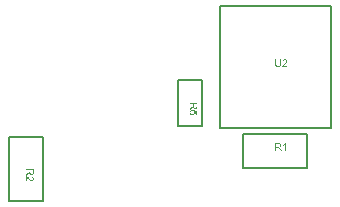
<source format=gbr>
G04*
G04 #@! TF.GenerationSoftware,Altium Limited,Altium Designer,24.8.2 (39)*
G04*
G04 Layer_Color=16711935*
%FSLAX25Y25*%
%MOIN*%
G70*
G04*
G04 #@! TF.SameCoordinates,7DA90572-2472-42F9-BF80-4CDDFEAFDCCF*
G04*
G04*
G04 #@! TF.FilePolarity,Positive*
G04*
G01*
G75*
%ADD11C,0.00787*%
G36*
X387582Y358500D02*
X387273D01*
Y360471D01*
X387267Y360468D01*
X387254Y360455D01*
X387228Y360432D01*
X387195Y360406D01*
X387152Y360373D01*
X387100Y360337D01*
X387044Y360297D01*
X386978Y360258D01*
X386975D01*
X386972Y360255D01*
X386962Y360248D01*
X386949Y360242D01*
X386913Y360222D01*
X386870Y360199D01*
X386821Y360173D01*
X386765Y360146D01*
X386709Y360120D01*
X386653Y360097D01*
Y360399D01*
X386657D01*
X386667Y360406D01*
X386680Y360412D01*
X386696Y360422D01*
X386719Y360432D01*
X386745Y360448D01*
X386808Y360481D01*
X386877Y360524D01*
X386955Y360576D01*
X387031Y360632D01*
X387106Y360694D01*
X387109Y360698D01*
X387116Y360701D01*
X387126Y360711D01*
X387139Y360724D01*
X387172Y360757D01*
X387214Y360803D01*
X387257Y360852D01*
X387303Y360911D01*
X387346Y360970D01*
X387382Y361032D01*
X387582D01*
Y358500D01*
D02*
G37*
G36*
X385204Y361019D02*
X385233D01*
X385269Y361016D01*
X385309Y361012D01*
X385391Y361006D01*
X385476Y360993D01*
X385558Y360976D01*
X385597Y360966D01*
X385630Y360953D01*
X385633D01*
X385637Y360950D01*
X385647Y360947D01*
X385660Y360940D01*
X385692Y360924D01*
X385732Y360898D01*
X385778Y360865D01*
X385824Y360822D01*
X385870Y360770D01*
X385912Y360711D01*
Y360707D01*
X385915Y360704D01*
X385922Y360694D01*
X385929Y360681D01*
X385945Y360645D01*
X385965Y360599D01*
X385984Y360543D01*
X386001Y360478D01*
X386014Y360406D01*
X386017Y360330D01*
Y360327D01*
Y360317D01*
Y360304D01*
X386014Y360284D01*
X386011Y360261D01*
X386007Y360235D01*
X385994Y360173D01*
X385975Y360101D01*
X385945Y360025D01*
X385925Y359989D01*
X385902Y359950D01*
X385873Y359914D01*
X385843Y359878D01*
X385840Y359874D01*
X385837Y359871D01*
X385824Y359861D01*
X385810Y359848D01*
X385791Y359835D01*
X385768Y359819D01*
X385742Y359799D01*
X385712Y359779D01*
X385676Y359759D01*
X385637Y359740D01*
X385591Y359720D01*
X385542Y359700D01*
X385489Y359684D01*
X385433Y359668D01*
X385371Y359654D01*
X385305Y359645D01*
X385312Y359641D01*
X385328Y359635D01*
X385351Y359622D01*
X385381Y359605D01*
X385446Y359563D01*
X385476Y359540D01*
X385506Y359517D01*
X385509D01*
X385512Y359510D01*
X385532Y359494D01*
X385558Y359464D01*
X385597Y359425D01*
X385640Y359379D01*
X385686Y359320D01*
X385735Y359254D01*
X385784Y359182D01*
X386221Y358500D01*
X385801D01*
X385469Y359021D01*
Y359025D01*
X385463Y359031D01*
X385456Y359044D01*
X385446Y359057D01*
X385433Y359077D01*
X385417Y359100D01*
X385384Y359149D01*
X385345Y359205D01*
X385305Y359261D01*
X385266Y359317D01*
X385227Y359366D01*
X385223Y359372D01*
X385210Y359386D01*
X385194Y359408D01*
X385171Y359432D01*
X385145Y359461D01*
X385115Y359490D01*
X385086Y359513D01*
X385056Y359536D01*
X385053Y359540D01*
X385043Y359543D01*
X385030Y359553D01*
X385010Y359563D01*
X384987Y359576D01*
X384961Y359586D01*
X384905Y359605D01*
X384902D01*
X384895Y359609D01*
X384882D01*
X384863Y359612D01*
X384836Y359615D01*
X384804D01*
X384768Y359618D01*
X384334D01*
Y358500D01*
X384000D01*
Y361022D01*
X385174D01*
X385204Y361019D01*
D02*
G37*
G36*
X358065Y373326D02*
X358062Y373296D01*
Y373267D01*
X358058Y373231D01*
X358055Y373191D01*
X358049Y373109D01*
X358035Y373024D01*
X358019Y372942D01*
X358009Y372903D01*
X357996Y372870D01*
Y372867D01*
X357993Y372863D01*
X357990Y372853D01*
X357983Y372840D01*
X357966Y372808D01*
X357940Y372768D01*
X357908Y372722D01*
X357865Y372676D01*
X357812Y372630D01*
X357753Y372588D01*
X357750D01*
X357747Y372585D01*
X357737Y372578D01*
X357724Y372571D01*
X357688Y372555D01*
X357642Y372535D01*
X357586Y372516D01*
X357520Y372499D01*
X357448Y372486D01*
X357373Y372483D01*
X357369D01*
X357360D01*
X357347D01*
X357327Y372486D01*
X357304Y372489D01*
X357278Y372493D01*
X357215Y372506D01*
X357143Y372526D01*
X357068Y372555D01*
X357032Y372575D01*
X356992Y372598D01*
X356956Y372627D01*
X356920Y372657D01*
X356917Y372660D01*
X356914Y372663D01*
X356904Y372676D01*
X356891Y372690D01*
X356878Y372709D01*
X356861Y372732D01*
X356841Y372758D01*
X356822Y372788D01*
X356802Y372824D01*
X356782Y372863D01*
X356763Y372909D01*
X356743Y372958D01*
X356727Y373011D01*
X356710Y373067D01*
X356697Y373129D01*
X356687Y373195D01*
X356684Y373188D01*
X356678Y373172D01*
X356664Y373149D01*
X356648Y373119D01*
X356605Y373054D01*
X356582Y373024D01*
X356559Y372994D01*
Y372991D01*
X356553Y372988D01*
X356536Y372968D01*
X356507Y372942D01*
X356468Y372903D01*
X356422Y372860D01*
X356363Y372814D01*
X356297Y372765D01*
X356225Y372716D01*
X355543Y372280D01*
Y372699D01*
X356064Y373031D01*
X356067D01*
X356074Y373037D01*
X356087Y373044D01*
X356100Y373054D01*
X356120Y373067D01*
X356143Y373083D01*
X356192Y373116D01*
X356248Y373155D01*
X356304Y373195D01*
X356359Y373234D01*
X356409Y373273D01*
X356415Y373277D01*
X356428Y373290D01*
X356451Y373306D01*
X356474Y373329D01*
X356504Y373355D01*
X356533Y373385D01*
X356556Y373414D01*
X356579Y373444D01*
X356582Y373447D01*
X356586Y373457D01*
X356595Y373470D01*
X356605Y373490D01*
X356618Y373513D01*
X356628Y373539D01*
X356648Y373595D01*
Y373598D01*
X356651Y373605D01*
Y373618D01*
X356655Y373637D01*
X356658Y373664D01*
Y373696D01*
X356661Y373732D01*
Y374166D01*
X355543D01*
Y374500D01*
X358065D01*
Y373326D01*
D02*
G37*
G36*
X356225Y371758D02*
X356222D01*
X356215Y371755D01*
X356202D01*
X356186Y371751D01*
X356166Y371745D01*
X356143Y371738D01*
X356094Y371725D01*
X356035Y371702D01*
X355976Y371673D01*
X355920Y371637D01*
X355871Y371594D01*
X355867Y371587D01*
X355854Y371571D01*
X355835Y371542D01*
X355815Y371505D01*
X355792Y371460D01*
X355775Y371404D01*
X355762Y371345D01*
X355756Y371276D01*
Y371253D01*
X355759Y371236D01*
X355762Y371220D01*
X355766Y371197D01*
X355775Y371145D01*
X355795Y371082D01*
X355828Y371020D01*
X355844Y370987D01*
X355867Y370954D01*
X355894Y370925D01*
X355923Y370895D01*
X355926Y370892D01*
X355930Y370889D01*
X355940Y370882D01*
X355953Y370872D01*
X355969Y370859D01*
X355992Y370846D01*
X356015Y370833D01*
X356041Y370817D01*
X356107Y370790D01*
X356182Y370764D01*
X356271Y370748D01*
X356317Y370741D01*
X356369D01*
X356372D01*
X356382D01*
X356395D01*
X356412Y370744D01*
X356435D01*
X356461Y370748D01*
X356520Y370761D01*
X356589Y370777D01*
X356658Y370803D01*
X356727Y370840D01*
X356760Y370863D01*
X356789Y370889D01*
X356792D01*
X356796Y370895D01*
X356802Y370905D01*
X356812Y370915D01*
X356838Y370948D01*
X356868Y370994D01*
X356894Y371049D01*
X356920Y371115D01*
X356937Y371194D01*
X356943Y371233D01*
Y371305D01*
X356940Y371332D01*
X356933Y371371D01*
X356927Y371410D01*
X356914Y371456D01*
X356894Y371505D01*
X356871Y371551D01*
X356868Y371558D01*
X356858Y371571D01*
X356845Y371591D01*
X356822Y371617D01*
X356799Y371646D01*
X356766Y371679D01*
X356733Y371709D01*
X356694Y371735D01*
X356736Y372027D01*
X358032Y371784D01*
Y370531D01*
X357737D01*
Y371538D01*
X357055Y371673D01*
X357058Y371669D01*
X357061Y371663D01*
X357071Y371650D01*
X357081Y371633D01*
X357091Y371614D01*
X357107Y371587D01*
X357120Y371561D01*
X357137Y371528D01*
X357166Y371456D01*
X357189Y371377D01*
X357209Y371289D01*
X357212Y371243D01*
X357215Y371197D01*
Y371164D01*
X357212Y371141D01*
X357209Y371115D01*
X357202Y371082D01*
X357196Y371046D01*
X357186Y371004D01*
X357176Y370961D01*
X357160Y370918D01*
X357140Y370872D01*
X357120Y370823D01*
X357091Y370777D01*
X357061Y370731D01*
X357025Y370685D01*
X356986Y370643D01*
X356982Y370639D01*
X356976Y370633D01*
X356963Y370623D01*
X356943Y370607D01*
X356920Y370590D01*
X356894Y370571D01*
X356861Y370548D01*
X356825Y370528D01*
X356786Y370505D01*
X356740Y370485D01*
X356694Y370466D01*
X356641Y370449D01*
X356582Y370433D01*
X356523Y370423D01*
X356461Y370416D01*
X356395Y370413D01*
X356392D01*
X356379D01*
X356363D01*
X356340Y370416D01*
X356310Y370420D01*
X356274Y370423D01*
X356235Y370430D01*
X356195Y370439D01*
X356100Y370462D01*
X356051Y370479D01*
X356002Y370498D01*
X355953Y370521D01*
X355903Y370548D01*
X355854Y370577D01*
X355805Y370613D01*
X355802Y370617D01*
X355792Y370623D01*
X355775Y370639D01*
X355759Y370659D01*
X355733Y370682D01*
X355710Y370712D01*
X355680Y370748D01*
X355654Y370787D01*
X355625Y370833D01*
X355595Y370882D01*
X355572Y370935D01*
X355549Y370994D01*
X355529Y371059D01*
X355513Y371128D01*
X355503Y371200D01*
X355500Y371276D01*
Y371309D01*
X355503Y371332D01*
X355506Y371361D01*
X355510Y371397D01*
X355516Y371433D01*
X355523Y371476D01*
X355546Y371564D01*
X355562Y371610D01*
X355582Y371656D01*
X355602Y371706D01*
X355628Y371751D01*
X355657Y371794D01*
X355690Y371837D01*
X355694Y371840D01*
X355700Y371847D01*
X355710Y371856D01*
X355726Y371869D01*
X355746Y371889D01*
X355769Y371905D01*
X355795Y371929D01*
X355828Y371948D01*
X355861Y371971D01*
X355900Y371991D01*
X355943Y372014D01*
X355989Y372030D01*
X356038Y372050D01*
X356087Y372063D01*
X356143Y372076D01*
X356202Y372083D01*
X356225Y371758D01*
D02*
G37*
G36*
X385984Y387605D02*
Y387602D01*
Y387589D01*
Y387569D01*
Y387543D01*
X385981Y387510D01*
Y387474D01*
X385978Y387432D01*
X385975Y387389D01*
X385961Y387290D01*
X385948Y387189D01*
X385925Y387090D01*
X385912Y387044D01*
X385896Y387002D01*
Y386999D01*
X385893Y386992D01*
X385886Y386979D01*
X385879Y386966D01*
X385870Y386946D01*
X385856Y386923D01*
X385824Y386874D01*
X385781Y386815D01*
X385729Y386756D01*
X385663Y386694D01*
X385624Y386664D01*
X385584Y386638D01*
X385581D01*
X385574Y386631D01*
X385561Y386625D01*
X385545Y386615D01*
X385522Y386605D01*
X385496Y386595D01*
X385463Y386582D01*
X385427Y386569D01*
X385387Y386556D01*
X385342Y386543D01*
X385296Y386533D01*
X385243Y386523D01*
X385187Y386513D01*
X385128Y386507D01*
X385063Y386503D01*
X384997Y386500D01*
X384964D01*
X384938Y386503D01*
X384909D01*
X384872Y386507D01*
X384833Y386510D01*
X384790Y386516D01*
X384699Y386529D01*
X384604Y386552D01*
X384505Y386582D01*
X384417Y386621D01*
X384413D01*
X384407Y386628D01*
X384394Y386634D01*
X384380Y386644D01*
X384341Y386670D01*
X384292Y386710D01*
X384239Y386759D01*
X384187Y386821D01*
X384138Y386890D01*
X384095Y386972D01*
Y386976D01*
X384092Y386982D01*
X384085Y386995D01*
X384082Y387015D01*
X384072Y387038D01*
X384066Y387067D01*
X384056Y387100D01*
X384049Y387140D01*
X384039Y387182D01*
X384030Y387228D01*
X384023Y387281D01*
X384016Y387336D01*
X384010Y387399D01*
X384003Y387464D01*
X384000Y387533D01*
Y387605D01*
Y389065D01*
X384334D01*
Y387609D01*
Y387605D01*
Y387596D01*
Y387576D01*
Y387556D01*
X384338Y387527D01*
Y387497D01*
X384341Y387461D01*
Y387425D01*
X384348Y387346D01*
X384361Y387264D01*
X384374Y387189D01*
X384384Y387156D01*
X384394Y387123D01*
Y387120D01*
X384397Y387117D01*
X384407Y387097D01*
X384420Y387071D01*
X384443Y387035D01*
X384472Y386999D01*
X384508Y386956D01*
X384551Y386920D01*
X384604Y386884D01*
X384607D01*
X384610Y386880D01*
X384630Y386871D01*
X384663Y386858D01*
X384705Y386844D01*
X384758Y386828D01*
X384820Y386815D01*
X384889Y386805D01*
X384967Y386802D01*
X385004D01*
X385027Y386805D01*
X385056Y386808D01*
X385092Y386811D01*
X385132Y386815D01*
X385171Y386821D01*
X385256Y386841D01*
X385345Y386871D01*
X385384Y386890D01*
X385423Y386913D01*
X385459Y386936D01*
X385492Y386966D01*
X385496Y386969D01*
X385499Y386976D01*
X385506Y386985D01*
X385519Y386999D01*
X385528Y387018D01*
X385542Y387044D01*
X385558Y387074D01*
X385571Y387110D01*
X385588Y387149D01*
X385601Y387195D01*
X385614Y387248D01*
X385627Y387307D01*
X385637Y387372D01*
X385643Y387445D01*
X385647Y387523D01*
X385650Y387609D01*
Y389065D01*
X385984D01*
Y387605D01*
D02*
G37*
G36*
X387306Y389071D02*
X387339Y389068D01*
X387375Y389065D01*
X387414Y389058D01*
X387457Y389049D01*
X387549Y389026D01*
X387595Y389009D01*
X387644Y388989D01*
X387693Y388966D01*
X387739Y388937D01*
X387782Y388908D01*
X387824Y388871D01*
X387828Y388868D01*
X387834Y388861D01*
X387844Y388852D01*
X387857Y388835D01*
X387874Y388816D01*
X387893Y388793D01*
X387910Y388766D01*
X387933Y388734D01*
X387952Y388701D01*
X387969Y388662D01*
X388005Y388576D01*
X388018Y388530D01*
X388028Y388481D01*
X388034Y388429D01*
X388038Y388373D01*
Y388366D01*
Y388347D01*
X388034Y388317D01*
X388031Y388278D01*
X388021Y388235D01*
X388011Y388183D01*
X387995Y388130D01*
X387975Y388074D01*
X387972Y388068D01*
X387962Y388048D01*
X387949Y388019D01*
X387926Y387983D01*
X387897Y387937D01*
X387860Y387884D01*
X387818Y387825D01*
X387769Y387766D01*
Y387763D01*
X387762Y387759D01*
X387752Y387750D01*
X387742Y387737D01*
X387726Y387720D01*
X387706Y387700D01*
X387683Y387678D01*
X387654Y387651D01*
X387624Y387622D01*
X387588Y387589D01*
X387549Y387549D01*
X387506Y387510D01*
X387457Y387468D01*
X387408Y387425D01*
X387349Y387376D01*
X387290Y387323D01*
X387286Y387320D01*
X387277Y387313D01*
X387263Y387300D01*
X387244Y387287D01*
X387224Y387267D01*
X387198Y387245D01*
X387142Y387195D01*
X387080Y387143D01*
X387021Y387090D01*
X386995Y387067D01*
X386972Y387044D01*
X386949Y387021D01*
X386932Y387005D01*
X386929Y387002D01*
X386919Y386992D01*
X386906Y386976D01*
X386886Y386953D01*
X386867Y386930D01*
X386844Y386900D01*
X386801Y386841D01*
X388041D01*
Y386543D01*
X386371D01*
Y386549D01*
Y386562D01*
Y386582D01*
X386375Y386612D01*
X386378Y386644D01*
X386385Y386680D01*
X386394Y386716D01*
X386407Y386756D01*
Y386759D01*
X386411Y386762D01*
X386414Y386772D01*
X386421Y386785D01*
X386434Y386818D01*
X386457Y386861D01*
X386486Y386913D01*
X386519Y386969D01*
X386562Y387028D01*
X386611Y387090D01*
X386614Y387094D01*
X386617Y387097D01*
X386627Y387107D01*
X386637Y387120D01*
X386670Y387156D01*
X386716Y387202D01*
X386771Y387258D01*
X386840Y387323D01*
X386922Y387395D01*
X387017Y387474D01*
X387021Y387477D01*
X387034Y387491D01*
X387057Y387507D01*
X387083Y387530D01*
X387116Y387559D01*
X387155Y387592D01*
X387198Y387628D01*
X387241Y387668D01*
X387332Y387753D01*
X387424Y387842D01*
X387467Y387887D01*
X387506Y387930D01*
X387542Y387969D01*
X387572Y388009D01*
X387575Y388012D01*
X387578Y388019D01*
X387585Y388028D01*
X387595Y388042D01*
X387605Y388061D01*
X387618Y388081D01*
X387647Y388130D01*
X387673Y388186D01*
X387697Y388248D01*
X387713Y388317D01*
X387719Y388350D01*
Y388383D01*
Y388386D01*
Y388392D01*
Y388399D01*
X387716Y388412D01*
X387713Y388448D01*
X387703Y388491D01*
X387687Y388540D01*
X387664Y388589D01*
X387631Y388642D01*
X387585Y388691D01*
X387578Y388698D01*
X387562Y388711D01*
X387532Y388730D01*
X387493Y388757D01*
X387444Y388780D01*
X387385Y388799D01*
X387316Y388812D01*
X387241Y388819D01*
X387218D01*
X387205Y388816D01*
X387185D01*
X387162Y388812D01*
X387113Y388803D01*
X387057Y388786D01*
X386995Y388763D01*
X386936Y388730D01*
X386883Y388684D01*
X386877Y388678D01*
X386863Y388662D01*
X386840Y388629D01*
X386818Y388589D01*
X386791Y388534D01*
X386768Y388471D01*
X386755Y388399D01*
X386749Y388314D01*
X386430Y388347D01*
Y388350D01*
X386434Y388363D01*
Y388379D01*
X386437Y388406D01*
X386444Y388435D01*
X386450Y388468D01*
X386460Y388507D01*
X386473Y388547D01*
X386503Y388635D01*
X386522Y388681D01*
X386545Y388724D01*
X386572Y388770D01*
X386601Y388812D01*
X386634Y388852D01*
X386673Y388888D01*
X386676Y388891D01*
X386683Y388894D01*
X386696Y388904D01*
X386713Y388917D01*
X386736Y388930D01*
X386762Y388947D01*
X386791Y388963D01*
X386827Y388983D01*
X386867Y388999D01*
X386909Y389016D01*
X386955Y389032D01*
X387008Y389045D01*
X387060Y389058D01*
X387119Y389068D01*
X387182Y389071D01*
X387247Y389075D01*
X387283D01*
X387306Y389071D01*
D02*
G37*
G36*
X303522Y351326D02*
X303519Y351296D01*
Y351267D01*
X303516Y351231D01*
X303512Y351191D01*
X303506Y351109D01*
X303493Y351024D01*
X303476Y350942D01*
X303467Y350903D01*
X303453Y350870D01*
Y350867D01*
X303450Y350863D01*
X303447Y350853D01*
X303440Y350840D01*
X303424Y350807D01*
X303398Y350768D01*
X303365Y350722D01*
X303322Y350676D01*
X303270Y350630D01*
X303211Y350588D01*
X303207D01*
X303204Y350585D01*
X303194Y350578D01*
X303181Y350571D01*
X303145Y350555D01*
X303099Y350535D01*
X303043Y350516D01*
X302978Y350499D01*
X302906Y350486D01*
X302830Y350483D01*
X302827D01*
X302817D01*
X302804D01*
X302784Y350486D01*
X302761Y350489D01*
X302735Y350493D01*
X302673Y350506D01*
X302601Y350525D01*
X302525Y350555D01*
X302489Y350575D01*
X302450Y350598D01*
X302414Y350627D01*
X302378Y350657D01*
X302374Y350660D01*
X302371Y350663D01*
X302361Y350676D01*
X302348Y350690D01*
X302335Y350709D01*
X302319Y350732D01*
X302299Y350758D01*
X302279Y350788D01*
X302259Y350824D01*
X302240Y350863D01*
X302220Y350909D01*
X302200Y350958D01*
X302184Y351011D01*
X302168Y351067D01*
X302154Y351129D01*
X302145Y351195D01*
X302141Y351188D01*
X302135Y351172D01*
X302122Y351149D01*
X302105Y351119D01*
X302063Y351054D01*
X302040Y351024D01*
X302017Y350994D01*
Y350991D01*
X302010Y350988D01*
X301994Y350968D01*
X301964Y350942D01*
X301925Y350903D01*
X301879Y350860D01*
X301820Y350814D01*
X301754Y350765D01*
X301682Y350716D01*
X301000Y350279D01*
Y350699D01*
X301521Y351031D01*
X301525D01*
X301531Y351037D01*
X301544Y351044D01*
X301557Y351054D01*
X301577Y351067D01*
X301600Y351083D01*
X301649Y351116D01*
X301705Y351155D01*
X301761Y351195D01*
X301817Y351234D01*
X301866Y351273D01*
X301872Y351277D01*
X301886Y351290D01*
X301908Y351306D01*
X301932Y351329D01*
X301961Y351355D01*
X301991Y351385D01*
X302013Y351414D01*
X302036Y351444D01*
X302040Y351447D01*
X302043Y351457D01*
X302053Y351470D01*
X302063Y351490D01*
X302076Y351513D01*
X302086Y351539D01*
X302105Y351595D01*
Y351598D01*
X302109Y351605D01*
Y351618D01*
X302112Y351637D01*
X302115Y351664D01*
Y351696D01*
X302118Y351732D01*
Y352166D01*
X301000D01*
Y352500D01*
X303522D01*
Y351326D01*
D02*
G37*
G36*
X301069Y350125D02*
X301102Y350122D01*
X301138Y350115D01*
X301174Y350106D01*
X301213Y350093D01*
X301216D01*
X301220Y350089D01*
X301230Y350086D01*
X301243Y350079D01*
X301275Y350066D01*
X301318Y350043D01*
X301371Y350014D01*
X301426Y349981D01*
X301485Y349938D01*
X301548Y349889D01*
X301551Y349886D01*
X301554Y349883D01*
X301564Y349873D01*
X301577Y349863D01*
X301613Y349830D01*
X301659Y349784D01*
X301715Y349728D01*
X301781Y349659D01*
X301853Y349578D01*
X301932Y349482D01*
X301935Y349479D01*
X301948Y349466D01*
X301964Y349443D01*
X301987Y349417D01*
X302017Y349384D01*
X302049Y349345D01*
X302086Y349302D01*
X302125Y349259D01*
X302210Y349167D01*
X302299Y349076D01*
X302345Y349033D01*
X302387Y348994D01*
X302427Y348958D01*
X302466Y348928D01*
X302469Y348925D01*
X302476Y348921D01*
X302486Y348915D01*
X302499Y348905D01*
X302519Y348895D01*
X302538Y348882D01*
X302588Y348853D01*
X302643Y348826D01*
X302706Y348803D01*
X302774Y348787D01*
X302807Y348780D01*
X302840D01*
X302843D01*
X302850D01*
X302856D01*
X302870Y348784D01*
X302906Y348787D01*
X302948Y348797D01*
X302997Y348813D01*
X303047Y348836D01*
X303099Y348869D01*
X303148Y348915D01*
X303155Y348921D01*
X303168Y348938D01*
X303188Y348968D01*
X303214Y349007D01*
X303237Y349056D01*
X303257Y349115D01*
X303270Y349184D01*
X303276Y349259D01*
Y349282D01*
X303273Y349295D01*
Y349315D01*
X303270Y349338D01*
X303260Y349387D01*
X303243Y349443D01*
X303221Y349505D01*
X303188Y349564D01*
X303142Y349617D01*
X303135Y349623D01*
X303119Y349637D01*
X303086Y349659D01*
X303047Y349682D01*
X302991Y349709D01*
X302929Y349732D01*
X302856Y349745D01*
X302771Y349751D01*
X302804Y350069D01*
X302807D01*
X302820Y350066D01*
X302837D01*
X302863Y350063D01*
X302892Y350056D01*
X302925Y350050D01*
X302965Y350040D01*
X303004Y350027D01*
X303093Y349997D01*
X303138Y349978D01*
X303181Y349955D01*
X303227Y349928D01*
X303270Y349899D01*
X303309Y349866D01*
X303345Y349827D01*
X303348Y349823D01*
X303352Y349817D01*
X303362Y349804D01*
X303375Y349787D01*
X303388Y349764D01*
X303404Y349738D01*
X303421Y349709D01*
X303440Y349673D01*
X303457Y349633D01*
X303473Y349591D01*
X303489Y349545D01*
X303503Y349492D01*
X303516Y349440D01*
X303526Y349381D01*
X303529Y349318D01*
X303532Y349253D01*
Y349217D01*
X303529Y349194D01*
X303526Y349161D01*
X303522Y349125D01*
X303516Y349086D01*
X303506Y349043D01*
X303483Y348951D01*
X303467Y348905D01*
X303447Y348856D01*
X303424Y348807D01*
X303394Y348761D01*
X303365Y348718D01*
X303329Y348676D01*
X303326Y348672D01*
X303319Y348666D01*
X303309Y348656D01*
X303293Y348643D01*
X303273Y348626D01*
X303250Y348607D01*
X303224Y348590D01*
X303191Y348567D01*
X303158Y348548D01*
X303119Y348531D01*
X303034Y348495D01*
X302988Y348482D01*
X302938Y348472D01*
X302886Y348466D01*
X302830Y348462D01*
X302824D01*
X302804D01*
X302774Y348466D01*
X302735Y348469D01*
X302692Y348479D01*
X302640Y348489D01*
X302588Y348505D01*
X302532Y348525D01*
X302525Y348528D01*
X302505Y348538D01*
X302476Y348551D01*
X302440Y348574D01*
X302394Y348603D01*
X302342Y348639D01*
X302282Y348682D01*
X302223Y348731D01*
X302220D01*
X302217Y348738D01*
X302207Y348748D01*
X302194Y348758D01*
X302178Y348774D01*
X302158Y348794D01*
X302135Y348817D01*
X302109Y348846D01*
X302079Y348876D01*
X302046Y348912D01*
X302007Y348951D01*
X301968Y348994D01*
X301925Y349043D01*
X301882Y349092D01*
X301833Y349151D01*
X301781Y349210D01*
X301777Y349214D01*
X301771Y349223D01*
X301758Y349236D01*
X301745Y349256D01*
X301725Y349276D01*
X301702Y349302D01*
X301653Y349358D01*
X301600Y349420D01*
X301548Y349479D01*
X301525Y349505D01*
X301502Y349528D01*
X301479Y349551D01*
X301462Y349568D01*
X301459Y349571D01*
X301449Y349581D01*
X301433Y349594D01*
X301410Y349614D01*
X301387Y349633D01*
X301358Y349656D01*
X301298Y349699D01*
Y348459D01*
X301000D01*
Y350129D01*
X301007D01*
X301020D01*
X301039D01*
X301069Y350125D01*
D02*
G37*
%LPC*%
G36*
X385181Y360743D02*
X384334D01*
Y359907D01*
X385105D01*
X385128Y359910D01*
X385181Y359914D01*
X385237Y359917D01*
X385299Y359927D01*
X385355Y359937D01*
X385407Y359953D01*
X385414Y359956D01*
X385430Y359963D01*
X385453Y359973D01*
X385483Y359989D01*
X385512Y360009D01*
X385545Y360035D01*
X385578Y360068D01*
X385604Y360104D01*
X385607Y360107D01*
X385614Y360123D01*
X385627Y360143D01*
X385640Y360173D01*
X385650Y360206D01*
X385663Y360245D01*
X385669Y360284D01*
X385673Y360330D01*
Y360333D01*
Y360337D01*
Y360347D01*
X385669Y360360D01*
X385666Y360392D01*
X385656Y360435D01*
X385640Y360481D01*
X385617Y360530D01*
X385584Y360579D01*
X385542Y360625D01*
X385535Y360632D01*
X385515Y360645D01*
X385486Y360662D01*
X385440Y360684D01*
X385414Y360694D01*
X385384Y360707D01*
X385351Y360717D01*
X385312Y360724D01*
X385273Y360734D01*
X385230Y360737D01*
X385181Y360743D01*
D02*
G37*
G36*
X357786Y374166D02*
X356950D01*
Y373395D01*
X356953Y373372D01*
X356956Y373319D01*
X356960Y373264D01*
X356969Y373201D01*
X356979Y373145D01*
X356996Y373093D01*
X356999Y373086D01*
X357006Y373070D01*
X357015Y373047D01*
X357032Y373018D01*
X357051Y372988D01*
X357078Y372955D01*
X357110Y372922D01*
X357147Y372896D01*
X357150Y372893D01*
X357166Y372886D01*
X357186Y372873D01*
X357215Y372860D01*
X357248Y372850D01*
X357288Y372837D01*
X357327Y372831D01*
X357373Y372827D01*
X357376D01*
X357379D01*
X357389D01*
X357402Y372831D01*
X357435Y372834D01*
X357478Y372844D01*
X357524Y372860D01*
X357573Y372883D01*
X357622Y372916D01*
X357668Y372958D01*
X357675Y372965D01*
X357688Y372985D01*
X357704Y373014D01*
X357727Y373060D01*
X357737Y373086D01*
X357750Y373116D01*
X357760Y373149D01*
X357766Y373188D01*
X357776Y373227D01*
X357780Y373270D01*
X357786Y373319D01*
Y374166D01*
D02*
G37*
G36*
X303243Y352166D02*
X302407D01*
Y351395D01*
X302410Y351372D01*
X302414Y351319D01*
X302417Y351263D01*
X302427Y351201D01*
X302437Y351145D01*
X302453Y351093D01*
X302456Y351086D01*
X302463Y351070D01*
X302473Y351047D01*
X302489Y351017D01*
X302509Y350988D01*
X302535Y350955D01*
X302568Y350922D01*
X302604Y350896D01*
X302607Y350893D01*
X302624Y350886D01*
X302643Y350873D01*
X302673Y350860D01*
X302706Y350850D01*
X302745Y350837D01*
X302784Y350831D01*
X302830Y350827D01*
X302834D01*
X302837D01*
X302847D01*
X302860Y350831D01*
X302892Y350834D01*
X302935Y350844D01*
X302981Y350860D01*
X303030Y350883D01*
X303080Y350916D01*
X303125Y350958D01*
X303132Y350965D01*
X303145Y350985D01*
X303162Y351014D01*
X303184Y351060D01*
X303194Y351086D01*
X303207Y351116D01*
X303217Y351149D01*
X303224Y351188D01*
X303234Y351227D01*
X303237Y351270D01*
X303243Y351319D01*
Y352166D01*
D02*
G37*
%LPD*%
D11*
X373354Y352874D02*
Y364126D01*
Y352874D02*
X394646D01*
Y364126D01*
X373354D02*
X394646D01*
X351448Y382095D02*
X359552D01*
X351448Y366905D02*
Y382095D01*
Y366905D02*
X359552D01*
Y382095D01*
X365516Y366106D02*
Y406894D01*
Y366106D02*
X402484D01*
Y406894D01*
X365516D02*
X402484D01*
X295374Y363146D02*
X306626D01*
X295374Y341854D02*
Y363146D01*
Y341854D02*
X306626D01*
Y363146D01*
M02*

</source>
